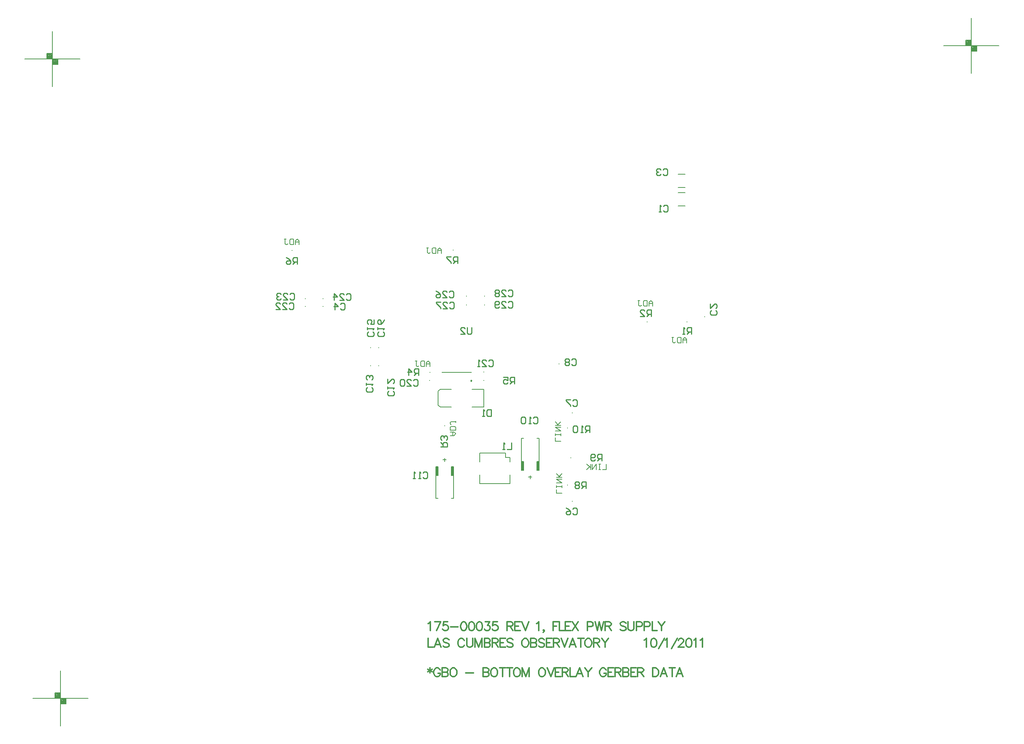
<source format=gbo>
%FSLAX23Y23*%
%MOIN*%
G70*
G01*
G75*
G04 Layer_Color=32896*
%ADD10O,0.024X0.079*%
%ADD11R,0.036X0.036*%
%ADD12O,0.014X0.067*%
%ADD13R,0.059X0.039*%
%ADD14R,0.050X0.050*%
%ADD15C,0.010*%
%ADD16C,0.020*%
%ADD17C,0.012*%
%ADD18C,0.008*%
%ADD19C,0.012*%
%ADD20C,0.012*%
%ADD21C,0.032*%
%ADD22C,0.233*%
%ADD23C,0.220*%
%ADD24C,0.064*%
%ADD25C,0.020*%
%ADD26C,0.115*%
%ADD27R,0.115X0.115*%
%ADD28C,0.079*%
%ADD29C,0.080*%
%ADD30C,0.065*%
%ADD31C,0.059*%
%ADD32C,0.055*%
%ADD33R,0.120X0.120*%
%ADD34C,0.120*%
%ADD35R,0.120X0.120*%
%ADD36R,0.079X0.079*%
%ADD37C,0.050*%
%ADD38C,0.024*%
%ADD39C,0.030*%
%ADD40C,0.040*%
%ADD41C,0.072*%
%ADD42C,0.056*%
%ADD43C,0.206*%
%ADD44C,0.104*%
%ADD45C,0.118*%
G04:AMPARAMS|DCode=46|XSize=138mil|YSize=138mil|CornerRadius=0mil|HoleSize=0mil|Usage=FLASHONLY|Rotation=0.000|XOffset=0mil|YOffset=0mil|HoleType=Round|Shape=Relief|Width=10mil|Gap=10mil|Entries=4|*
%AMTHD46*
7,0,0,0.138,0.118,0.010,45*
%
%ADD46THD46*%
G04:AMPARAMS|DCode=47|XSize=107.244mil|YSize=107.244mil|CornerRadius=0mil|HoleSize=0mil|Usage=FLASHONLY|Rotation=0.000|XOffset=0mil|YOffset=0mil|HoleType=Round|Shape=Relief|Width=10mil|Gap=10mil|Entries=4|*
%AMTHD47*
7,0,0,0.107,0.087,0.010,45*
%
%ADD47THD47*%
G04:AMPARAMS|DCode=48|XSize=112mil|YSize=112mil|CornerRadius=0mil|HoleSize=0mil|Usage=FLASHONLY|Rotation=0.000|XOffset=0mil|YOffset=0mil|HoleType=Round|Shape=Relief|Width=10mil|Gap=10mil|Entries=4|*
%AMTHD48*
7,0,0,0.112,0.092,0.010,45*
%
%ADD48THD48*%
%ADD49C,0.092*%
%ADD50C,0.190*%
%ADD51C,0.073*%
%ADD52C,0.110*%
%ADD53C,0.087*%
G04:AMPARAMS|DCode=54|XSize=130mil|YSize=130mil|CornerRadius=0mil|HoleSize=0mil|Usage=FLASHONLY|Rotation=0.000|XOffset=0mil|YOffset=0mil|HoleType=Round|Shape=Relief|Width=10mil|Gap=10mil|Entries=4|*
%AMTHD54*
7,0,0,0.130,0.110,0.010,45*
%
%ADD54THD54*%
%ADD55C,0.150*%
%ADD56C,0.068*%
G04:AMPARAMS|DCode=57|XSize=88mil|YSize=88mil|CornerRadius=0mil|HoleSize=0mil|Usage=FLASHONLY|Rotation=0.000|XOffset=0mil|YOffset=0mil|HoleType=Round|Shape=Relief|Width=10mil|Gap=10mil|Entries=4|*
%AMTHD57*
7,0,0,0.088,0.068,0.010,45*
%
%ADD57THD57*%
%ADD58C,0.055*%
G04:AMPARAMS|DCode=59|XSize=100mil|YSize=100mil|CornerRadius=0mil|HoleSize=0mil|Usage=FLASHONLY|Rotation=0.000|XOffset=0mil|YOffset=0mil|HoleType=Round|Shape=Relief|Width=10mil|Gap=10mil|Entries=4|*
%AMTHD59*
7,0,0,0.100,0.080,0.010,45*
%
%ADD59THD59*%
G04:AMPARAMS|DCode=60|XSize=93.465mil|YSize=93.465mil|CornerRadius=0mil|HoleSize=0mil|Usage=FLASHONLY|Rotation=0.000|XOffset=0mil|YOffset=0mil|HoleType=Round|Shape=Relief|Width=10mil|Gap=10mil|Entries=4|*
%AMTHD60*
7,0,0,0.093,0.073,0.010,45*
%
%ADD60THD60*%
G04:AMPARAMS|DCode=61|XSize=70mil|YSize=70mil|CornerRadius=0mil|HoleSize=0mil|Usage=FLASHONLY|Rotation=0.000|XOffset=0mil|YOffset=0mil|HoleType=Round|Shape=Relief|Width=10mil|Gap=10mil|Entries=4|*
%AMTHD61*
7,0,0,0.070,0.050,0.010,45*
%
%ADD61THD61*%
G04:AMPARAMS|DCode=62|XSize=75mil|YSize=75mil|CornerRadius=0mil|HoleSize=0mil|Usage=FLASHONLY|Rotation=0.000|XOffset=0mil|YOffset=0mil|HoleType=Round|Shape=Relief|Width=10mil|Gap=10mil|Entries=4|*
%AMTHD62*
7,0,0,0.075,0.055,0.010,45*
%
%ADD62THD62*%
%ADD63R,0.037X0.075*%
%ADD64R,0.268X0.272*%
%ADD65R,0.094X0.102*%
%ADD66R,0.050X0.050*%
%ADD67R,0.094X0.130*%
%ADD68R,0.059X0.087*%
%ADD69R,0.055X0.130*%
%ADD70C,0.050*%
%ADD71C,0.025*%
%ADD72C,0.007*%
%ADD73C,0.010*%
%ADD74C,0.024*%
%ADD75C,0.010*%
%ADD76C,0.008*%
%ADD77C,0.006*%
%ADD78C,0.007*%
%ADD79R,0.190X0.123*%
%ADD80R,0.230X0.340*%
%ADD81R,0.240X0.280*%
%ADD82R,0.230X0.275*%
%ADD83R,0.230X0.315*%
%ADD84O,0.032X0.087*%
%ADD85R,0.044X0.044*%
%ADD86O,0.022X0.075*%
%ADD87R,0.067X0.047*%
%ADD88R,0.058X0.058*%
%ADD89C,0.241*%
%ADD90C,0.228*%
%ADD91C,0.028*%
%ADD92C,0.123*%
%ADD93R,0.123X0.123*%
%ADD94C,0.087*%
%ADD95C,0.088*%
%ADD96C,0.073*%
%ADD97C,0.067*%
%ADD98C,0.063*%
%ADD99R,0.128X0.128*%
%ADD100C,0.128*%
%ADD101R,0.128X0.128*%
%ADD102R,0.087X0.087*%
%ADD103C,0.058*%
%ADD104C,0.038*%
%ADD105R,1.028X0.327*%
%ADD106R,0.045X0.083*%
%ADD107R,0.276X0.280*%
%ADD108R,0.102X0.110*%
%ADD109R,0.058X0.058*%
%ADD110R,0.102X0.138*%
%ADD111R,0.067X0.095*%
%ADD112R,0.063X0.138*%
%ADD113C,0.008*%
%ADD114R,0.020X0.082*%
D15*
X49465Y33726D02*
Y33676D01*
X49455Y33667D01*
X49435D01*
X49425Y33676D01*
Y33726D01*
X49365Y33667D02*
X49405D01*
X49365Y33706D01*
Y33716D01*
X49375Y33726D01*
X49395D01*
X49405Y33716D01*
X49026Y32409D02*
X49036Y32419D01*
X49056D01*
X49066Y32409D01*
Y32369D01*
X49056Y32359D01*
X49036D01*
X49026Y32369D01*
X49006Y32359D02*
X48986D01*
X48996D01*
Y32419D01*
X49006Y32409D01*
X48956Y32359D02*
X48936D01*
X48946D01*
Y32419D01*
X48956Y32409D01*
X50641Y32520D02*
Y32580D01*
X50611D01*
X50601Y32570D01*
Y32550D01*
X50611Y32540D01*
X50641D01*
X50621D02*
X50601Y32520D01*
X50581Y32530D02*
X50571Y32520D01*
X50551D01*
X50541Y32530D01*
Y32570D01*
X50551Y32580D01*
X50571D01*
X50581Y32570D01*
Y32560D01*
X50571Y32550D01*
X50541D01*
X49642Y32983D02*
Y32923D01*
X49612D01*
X49602Y32933D01*
Y32973D01*
X49612Y32983D01*
X49642D01*
X49582Y32923D02*
X49562D01*
X49572D01*
Y32983D01*
X49582Y32973D01*
X49824Y32682D02*
Y32623D01*
X49784D01*
X49764D02*
X49744D01*
X49754D01*
Y32682D01*
X49764Y32672D01*
X51194Y35151D02*
X51204Y35161D01*
X51224D01*
X51234Y35151D01*
Y35111D01*
X51224Y35101D01*
X51204D01*
X51194Y35111D01*
X51174Y35151D02*
X51164Y35161D01*
X51144D01*
X51134Y35151D01*
Y35141D01*
X51144Y35131D01*
X51154D01*
X51144D01*
X51134Y35121D01*
Y35111D01*
X51144Y35101D01*
X51164D01*
X51174Y35111D01*
X49185Y32644D02*
X49245D01*
Y32674D01*
X49235Y32684D01*
X49215D01*
X49205Y32674D01*
Y32644D01*
Y32664D02*
X49185Y32684D01*
X49235Y32704D02*
X49245Y32714D01*
Y32734D01*
X49235Y32744D01*
X49225D01*
X49215Y32734D01*
Y32724D01*
Y32734D01*
X49205Y32744D01*
X49195D01*
X49185Y32734D01*
Y32714D01*
X49195Y32704D01*
X48939Y33244D02*
X48949Y33254D01*
X48969D01*
X48979Y33244D01*
Y33204D01*
X48969Y33194D01*
X48949D01*
X48939Y33204D01*
X48879Y33194D02*
X48919D01*
X48879Y33234D01*
Y33244D01*
X48889Y33254D01*
X48909D01*
X48919Y33244D01*
X48859D02*
X48849Y33254D01*
X48829D01*
X48819Y33244D01*
Y33204D01*
X48829Y33194D01*
X48849D01*
X48859Y33204D01*
Y33244D01*
X48664Y33685D02*
X48674Y33675D01*
Y33655D01*
X48664Y33645D01*
X48624D01*
X48614Y33655D01*
Y33675D01*
X48624Y33685D01*
X48614Y33705D02*
Y33725D01*
Y33715D01*
X48674D01*
X48664Y33705D01*
X48674Y33795D02*
X48664Y33775D01*
X48644Y33755D01*
X48624D01*
X48614Y33765D01*
Y33785D01*
X48624Y33795D01*
X48634D01*
X48644Y33785D01*
Y33755D01*
X48571Y33686D02*
X48581Y33676D01*
Y33656D01*
X48571Y33646D01*
X48531D01*
X48521Y33656D01*
Y33676D01*
X48531Y33686D01*
X48521Y33706D02*
Y33726D01*
Y33716D01*
X48581D01*
X48571Y33706D01*
X48581Y33796D02*
Y33756D01*
X48551D01*
X48561Y33776D01*
Y33786D01*
X48551Y33796D01*
X48531D01*
X48521Y33786D01*
Y33766D01*
X48531Y33756D01*
X48563Y33183D02*
X48573Y33173D01*
Y33153D01*
X48563Y33143D01*
X48523D01*
X48513Y33153D01*
Y33173D01*
X48523Y33183D01*
X48513Y33203D02*
Y33223D01*
Y33213D01*
X48573D01*
X48563Y33203D01*
Y33253D02*
X48573Y33263D01*
Y33283D01*
X48563Y33293D01*
X48553D01*
X48543Y33283D01*
Y33273D01*
Y33283D01*
X48533Y33293D01*
X48523D01*
X48513Y33283D01*
Y33263D01*
X48523Y33253D01*
X48754Y33149D02*
X48764Y33139D01*
Y33119D01*
X48754Y33109D01*
X48714D01*
X48704Y33119D01*
Y33139D01*
X48714Y33149D01*
X48704Y33169D02*
Y33189D01*
Y33179D01*
X48764D01*
X48754Y33169D01*
X48704Y33259D02*
Y33219D01*
X48744Y33259D01*
X48754D01*
X48764Y33249D01*
Y33229D01*
X48754Y33219D01*
X50367Y33432D02*
X50377Y33442D01*
X50397D01*
X50407Y33432D01*
Y33392D01*
X50397Y33382D01*
X50377D01*
X50367Y33392D01*
X50347Y33432D02*
X50337Y33442D01*
X50317D01*
X50307Y33432D01*
Y33422D01*
X50317Y33412D01*
X50307Y33402D01*
Y33392D01*
X50317Y33382D01*
X50337D01*
X50347Y33392D01*
Y33402D01*
X50337Y33412D01*
X50347Y33422D01*
Y33432D01*
X50337Y33412D02*
X50317D01*
X51199Y34822D02*
X51209Y34832D01*
X51229D01*
X51239Y34822D01*
Y34782D01*
X51229Y34772D01*
X51209D01*
X51199Y34782D01*
X51179Y34772D02*
X51159D01*
X51169D01*
Y34832D01*
X51179Y34822D01*
X51671Y33878D02*
X51681Y33868D01*
Y33848D01*
X51671Y33838D01*
X51631D01*
X51621Y33848D01*
Y33868D01*
X51631Y33878D01*
X51621Y33938D02*
Y33898D01*
X51661Y33938D01*
X51671D01*
X51681Y33928D01*
Y33908D01*
X51671Y33898D01*
X48277Y33936D02*
X48287Y33946D01*
X48307D01*
X48317Y33936D01*
Y33896D01*
X48307Y33886D01*
X48287D01*
X48277Y33896D01*
X48227Y33886D02*
Y33946D01*
X48257Y33916D01*
X48217D01*
X51451Y33664D02*
Y33724D01*
X51421D01*
X51411Y33714D01*
Y33694D01*
X51421Y33684D01*
X51451D01*
X51431D02*
X51411Y33664D01*
X51391D02*
X51371D01*
X51381D01*
Y33724D01*
X51391Y33714D01*
X51089Y33827D02*
Y33887D01*
X51059D01*
X51049Y33877D01*
Y33857D01*
X51059Y33847D01*
X51089D01*
X51069D02*
X51049Y33827D01*
X50989D02*
X51029D01*
X50989Y33867D01*
Y33877D01*
X50999Y33887D01*
X51019D01*
X51029Y33877D01*
X50021Y32905D02*
X50031Y32915D01*
X50051D01*
X50061Y32905D01*
Y32865D01*
X50051Y32855D01*
X50031D01*
X50021Y32865D01*
X50001Y32855D02*
X49981D01*
X49991D01*
Y32915D01*
X50001Y32905D01*
X49951D02*
X49941Y32915D01*
X49921D01*
X49911Y32905D01*
Y32865D01*
X49921Y32855D01*
X49941D01*
X49951Y32865D01*
Y32905D01*
X50377Y32083D02*
X50387Y32093D01*
X50407D01*
X50417Y32083D01*
Y32043D01*
X50407Y32033D01*
X50387D01*
X50377Y32043D01*
X50317Y32093D02*
X50337Y32083D01*
X50357Y32063D01*
Y32043D01*
X50347Y32033D01*
X50327D01*
X50317Y32043D01*
Y32053D01*
X50327Y32063D01*
X50357D01*
X50377Y33061D02*
X50387Y33071D01*
X50407D01*
X50417Y33061D01*
Y33021D01*
X50407Y33011D01*
X50387D01*
X50377Y33021D01*
X50357Y33071D02*
X50317D01*
Y33061D01*
X50357Y33021D01*
Y33011D01*
X49618Y33421D02*
X49628Y33431D01*
X49648D01*
X49658Y33421D01*
Y33381D01*
X49648Y33371D01*
X49628D01*
X49618Y33381D01*
X49558Y33371D02*
X49598D01*
X49558Y33411D01*
Y33421D01*
X49568Y33431D01*
X49588D01*
X49598Y33421D01*
X49538Y33371D02*
X49518D01*
X49528D01*
Y33431D01*
X49538Y33421D01*
X47816Y33938D02*
X47826Y33948D01*
X47846D01*
X47856Y33938D01*
Y33898D01*
X47846Y33888D01*
X47826D01*
X47816Y33898D01*
X47756Y33888D02*
X47796D01*
X47756Y33928D01*
Y33938D01*
X47766Y33948D01*
X47786D01*
X47796Y33938D01*
X47696Y33888D02*
X47736D01*
X47696Y33928D01*
Y33938D01*
X47706Y33948D01*
X47726D01*
X47736Y33938D01*
X47823Y34026D02*
X47833Y34036D01*
X47853D01*
X47863Y34026D01*
Y33986D01*
X47853Y33976D01*
X47833D01*
X47823Y33986D01*
X47763Y33976D02*
X47803D01*
X47763Y34016D01*
Y34026D01*
X47773Y34036D01*
X47793D01*
X47803Y34026D01*
X47743D02*
X47733Y34036D01*
X47713D01*
X47703Y34026D01*
Y34016D01*
X47713Y34006D01*
X47723D01*
X47713D01*
X47703Y33996D01*
Y33986D01*
X47713Y33976D01*
X47733D01*
X47743Y33986D01*
X48332Y34021D02*
X48342Y34031D01*
X48362D01*
X48372Y34021D01*
Y33981D01*
X48362Y33971D01*
X48342D01*
X48332Y33981D01*
X48272Y33971D02*
X48312D01*
X48272Y34011D01*
Y34021D01*
X48282Y34031D01*
X48302D01*
X48312Y34021D01*
X48222Y33971D02*
Y34031D01*
X48252Y34001D01*
X48212D01*
X49260Y34044D02*
X49270Y34054D01*
X49290D01*
X49300Y34044D01*
Y34004D01*
X49290Y33994D01*
X49270D01*
X49260Y34004D01*
X49200Y33994D02*
X49240D01*
X49200Y34034D01*
Y34044D01*
X49210Y34054D01*
X49230D01*
X49240Y34044D01*
X49140Y34054D02*
X49160Y34044D01*
X49180Y34024D01*
Y34004D01*
X49170Y33994D01*
X49150D01*
X49140Y34004D01*
Y34014D01*
X49150Y34024D01*
X49180D01*
X49265Y33945D02*
X49275Y33955D01*
X49295D01*
X49305Y33945D01*
Y33905D01*
X49295Y33895D01*
X49275D01*
X49265Y33905D01*
X49205Y33895D02*
X49245D01*
X49205Y33935D01*
Y33945D01*
X49215Y33955D01*
X49235D01*
X49245Y33945D01*
X49185Y33955D02*
X49145D01*
Y33945D01*
X49185Y33905D01*
Y33895D01*
X49796Y34056D02*
X49806Y34066D01*
X49826D01*
X49836Y34056D01*
Y34016D01*
X49826Y34006D01*
X49806D01*
X49796Y34016D01*
X49736Y34006D02*
X49776D01*
X49736Y34046D01*
Y34056D01*
X49746Y34066D01*
X49766D01*
X49776Y34056D01*
X49716D02*
X49706Y34066D01*
X49686D01*
X49676Y34056D01*
Y34046D01*
X49686Y34036D01*
X49676Y34026D01*
Y34016D01*
X49686Y34006D01*
X49706D01*
X49716Y34016D01*
Y34026D01*
X49706Y34036D01*
X49716Y34046D01*
Y34056D01*
X49706Y34036D02*
X49686D01*
X49796Y33952D02*
X49806Y33962D01*
X49826D01*
X49836Y33952D01*
Y33912D01*
X49826Y33902D01*
X49806D01*
X49796Y33912D01*
X49736Y33902D02*
X49776D01*
X49736Y33942D01*
Y33952D01*
X49746Y33962D01*
X49766D01*
X49776Y33952D01*
X49716Y33912D02*
X49706Y33902D01*
X49686D01*
X49676Y33912D01*
Y33952D01*
X49686Y33962D01*
X49706D01*
X49716Y33952D01*
Y33942D01*
X49706Y33932D01*
X49676D01*
X48986Y33292D02*
Y33352D01*
X48956D01*
X48946Y33342D01*
Y33322D01*
X48956Y33312D01*
X48986D01*
X48966D02*
X48946Y33292D01*
X48896D02*
Y33352D01*
X48926Y33322D01*
X48886D01*
X49850Y33214D02*
Y33274D01*
X49820D01*
X49810Y33264D01*
Y33244D01*
X49820Y33234D01*
X49850D01*
X49830D02*
X49810Y33214D01*
X49750Y33274D02*
X49790D01*
Y33244D01*
X49770Y33254D01*
X49760D01*
X49750Y33244D01*
Y33224D01*
X49760Y33214D01*
X49780D01*
X49790Y33224D01*
X47889Y34299D02*
Y34359D01*
X47859D01*
X47849Y34349D01*
Y34329D01*
X47859Y34319D01*
X47889D01*
X47869D02*
X47849Y34299D01*
X47789Y34359D02*
X47809Y34349D01*
X47829Y34329D01*
Y34309D01*
X47819Y34299D01*
X47799D01*
X47789Y34309D01*
Y34319D01*
X47799Y34329D01*
X47829D01*
X49338Y34304D02*
Y34364D01*
X49308D01*
X49298Y34354D01*
Y34334D01*
X49308Y34324D01*
X49338D01*
X49318D02*
X49298Y34304D01*
X49278Y34364D02*
X49238D01*
Y34354D01*
X49278Y34314D01*
Y34304D01*
X50499Y32268D02*
Y32328D01*
X50469D01*
X50459Y32318D01*
Y32298D01*
X50469Y32288D01*
X50499D01*
X50479D02*
X50459Y32268D01*
X50439Y32318D02*
X50429Y32328D01*
X50409D01*
X50399Y32318D01*
Y32308D01*
X50409Y32298D01*
X50399Y32288D01*
Y32278D01*
X50409Y32268D01*
X50429D01*
X50439Y32278D01*
Y32288D01*
X50429Y32298D01*
X50439Y32308D01*
Y32318D01*
X50429Y32298D02*
X50409D01*
X50533Y32777D02*
Y32837D01*
X50503D01*
X50493Y32827D01*
Y32807D01*
X50503Y32797D01*
X50533D01*
X50513D02*
X50493Y32777D01*
X50473D02*
X50453D01*
X50463D01*
Y32837D01*
X50473Y32827D01*
X50423D02*
X50413Y32837D01*
X50393D01*
X50383Y32827D01*
Y32787D01*
X50393Y32777D01*
X50413D01*
X50423Y32787D01*
Y32827D01*
D17*
X49088Y30644D02*
Y30598D01*
X49069Y30633D02*
X49107Y30610D01*
Y30633D02*
X49069Y30610D01*
X49180Y30625D02*
X49176Y30633D01*
X49169Y30640D01*
X49161Y30644D01*
X49146D01*
X49138Y30640D01*
X49131Y30633D01*
X49127Y30625D01*
X49123Y30614D01*
Y30594D01*
X49127Y30583D01*
X49131Y30575D01*
X49138Y30568D01*
X49146Y30564D01*
X49161D01*
X49169Y30568D01*
X49176Y30575D01*
X49180Y30583D01*
Y30594D01*
X49161D02*
X49180D01*
X49198Y30644D02*
Y30564D01*
Y30644D02*
X49233D01*
X49244Y30640D01*
X49248Y30636D01*
X49252Y30629D01*
Y30621D01*
X49248Y30614D01*
X49244Y30610D01*
X49233Y30606D01*
X49198D02*
X49233D01*
X49244Y30602D01*
X49248Y30598D01*
X49252Y30591D01*
Y30579D01*
X49248Y30572D01*
X49244Y30568D01*
X49233Y30564D01*
X49198D01*
X49293Y30644D02*
X49285Y30640D01*
X49277Y30633D01*
X49273Y30625D01*
X49270Y30614D01*
Y30594D01*
X49273Y30583D01*
X49277Y30575D01*
X49285Y30568D01*
X49293Y30564D01*
X49308D01*
X49315Y30568D01*
X49323Y30575D01*
X49327Y30583D01*
X49331Y30594D01*
Y30614D01*
X49327Y30625D01*
X49323Y30633D01*
X49315Y30640D01*
X49308Y30644D01*
X49293D01*
X49412Y30598D02*
X49481D01*
X49567Y30644D02*
Y30564D01*
Y30644D02*
X49601D01*
X49613Y30640D01*
X49617Y30636D01*
X49620Y30629D01*
Y30621D01*
X49617Y30614D01*
X49613Y30610D01*
X49601Y30606D01*
X49567D02*
X49601D01*
X49613Y30602D01*
X49617Y30598D01*
X49620Y30591D01*
Y30579D01*
X49617Y30572D01*
X49613Y30568D01*
X49601Y30564D01*
X49567D01*
X49661Y30644D02*
X49654Y30640D01*
X49646Y30633D01*
X49642Y30625D01*
X49638Y30614D01*
Y30594D01*
X49642Y30583D01*
X49646Y30575D01*
X49654Y30568D01*
X49661Y30564D01*
X49676D01*
X49684Y30568D01*
X49692Y30575D01*
X49695Y30583D01*
X49699Y30594D01*
Y30614D01*
X49695Y30625D01*
X49692Y30633D01*
X49684Y30640D01*
X49676Y30644D01*
X49661D01*
X49745D02*
Y30564D01*
X49718Y30644D02*
X49771D01*
X49807D02*
Y30564D01*
X49781Y30644D02*
X49834D01*
X49866D02*
X49859Y30640D01*
X49851Y30633D01*
X49847Y30625D01*
X49844Y30614D01*
Y30594D01*
X49847Y30583D01*
X49851Y30575D01*
X49859Y30568D01*
X49866Y30564D01*
X49882D01*
X49889Y30568D01*
X49897Y30575D01*
X49901Y30583D01*
X49905Y30594D01*
Y30614D01*
X49901Y30625D01*
X49897Y30633D01*
X49889Y30640D01*
X49882Y30644D01*
X49866D01*
X49923D02*
Y30564D01*
Y30644D02*
X49954Y30564D01*
X49984Y30644D02*
X49954Y30564D01*
X49984Y30644D02*
Y30564D01*
X50093Y30644D02*
X50085Y30640D01*
X50077Y30633D01*
X50074Y30625D01*
X50070Y30614D01*
Y30594D01*
X50074Y30583D01*
X50077Y30575D01*
X50085Y30568D01*
X50093Y30564D01*
X50108D01*
X50116Y30568D01*
X50123Y30575D01*
X50127Y30583D01*
X50131Y30594D01*
Y30614D01*
X50127Y30625D01*
X50123Y30633D01*
X50116Y30640D01*
X50108Y30644D01*
X50093D01*
X50149D02*
X50180Y30564D01*
X50210Y30644D02*
X50180Y30564D01*
X50270Y30644D02*
X50221D01*
Y30564D01*
X50270D01*
X50221Y30606D02*
X50251D01*
X50284Y30644D02*
Y30564D01*
Y30644D02*
X50318D01*
X50329Y30640D01*
X50333Y30636D01*
X50337Y30629D01*
Y30621D01*
X50333Y30614D01*
X50329Y30610D01*
X50318Y30606D01*
X50284D01*
X50310D02*
X50337Y30564D01*
X50355Y30644D02*
Y30564D01*
X50400D01*
X50470D02*
X50440Y30644D01*
X50409Y30564D01*
X50421Y30591D02*
X50459D01*
X50489Y30644D02*
X50519Y30606D01*
Y30564D01*
X50550Y30644D02*
X50519Y30606D01*
X50680Y30625D02*
X50676Y30633D01*
X50669Y30640D01*
X50661Y30644D01*
X50646D01*
X50638Y30640D01*
X50631Y30633D01*
X50627Y30625D01*
X50623Y30614D01*
Y30594D01*
X50627Y30583D01*
X50631Y30575D01*
X50638Y30568D01*
X50646Y30564D01*
X50661D01*
X50669Y30568D01*
X50676Y30575D01*
X50680Y30583D01*
Y30594D01*
X50661D02*
X50680D01*
X50748Y30644D02*
X50698D01*
Y30564D01*
X50748D01*
X50698Y30606D02*
X50729D01*
X50761Y30644D02*
Y30564D01*
Y30644D02*
X50795D01*
X50807Y30640D01*
X50811Y30636D01*
X50814Y30629D01*
Y30621D01*
X50811Y30614D01*
X50807Y30610D01*
X50795Y30606D01*
X50761D01*
X50788D02*
X50814Y30564D01*
X50832Y30644D02*
Y30564D01*
Y30644D02*
X50867D01*
X50878Y30640D01*
X50882Y30636D01*
X50886Y30629D01*
Y30621D01*
X50882Y30614D01*
X50878Y30610D01*
X50867Y30606D01*
X50832D02*
X50867D01*
X50878Y30602D01*
X50882Y30598D01*
X50886Y30591D01*
Y30579D01*
X50882Y30572D01*
X50878Y30568D01*
X50867Y30564D01*
X50832D01*
X50953Y30644D02*
X50904D01*
Y30564D01*
X50953D01*
X50904Y30606D02*
X50934D01*
X50966Y30644D02*
Y30564D01*
Y30644D02*
X51001D01*
X51012Y30640D01*
X51016Y30636D01*
X51020Y30629D01*
Y30621D01*
X51016Y30614D01*
X51012Y30610D01*
X51001Y30606D01*
X50966D01*
X50993D02*
X51020Y30564D01*
X51100Y30644D02*
Y30564D01*
Y30644D02*
X51127D01*
X51139Y30640D01*
X51146Y30633D01*
X51150Y30625D01*
X51154Y30614D01*
Y30594D01*
X51150Y30583D01*
X51146Y30575D01*
X51139Y30568D01*
X51127Y30564D01*
X51100D01*
X51233D02*
X51202Y30644D01*
X51172Y30564D01*
X51183Y30591D02*
X51221D01*
X51278Y30644D02*
Y30564D01*
X51251Y30644D02*
X51305D01*
X51375Y30564D02*
X51345Y30644D01*
X51314Y30564D01*
X51326Y30591D02*
X51364D01*
D18*
X49141Y32386D02*
X49161D01*
X49281D02*
X49301D01*
X49141Y32178D02*
X49161D01*
X49141Y32467D02*
X49161D01*
X49281D02*
X49301D01*
X49281Y32178D02*
X49301D01*
X49161Y32386D02*
Y32467D01*
X49281Y32386D02*
Y32467D01*
X49141Y32178D02*
Y32467D01*
X49301Y32178D02*
Y32467D01*
X50054Y32513D02*
X50074D01*
X49914D02*
X49934D01*
X50054Y32721D02*
X50074D01*
X50054Y32431D02*
X50074D01*
X49914D02*
X49934D01*
X49914Y32721D02*
X49934D01*
X50054Y32431D02*
Y32513D01*
X49934Y32431D02*
Y32513D01*
X50074Y32431D02*
Y32721D01*
X49914Y32431D02*
Y32721D01*
X50271Y32697D02*
X50221D01*
Y32730D01*
X50271Y32747D02*
Y32764D01*
Y32755D01*
X50221D01*
Y32747D01*
Y32764D01*
Y32789D02*
X50271D01*
X50221Y32822D01*
X50271D01*
Y32839D02*
X50221D01*
X50238D01*
X50271Y32872D01*
X50246Y32847D01*
X50221Y32872D01*
X50282Y32227D02*
X50232D01*
Y32260D01*
X50282Y32277D02*
Y32294D01*
Y32285D01*
X50232D01*
Y32277D01*
Y32294D01*
Y32319D02*
X50282D01*
X50232Y32352D01*
X50282D01*
Y32369D02*
X50232D01*
X50249D01*
X50282Y32402D01*
X50257Y32377D01*
X50232Y32402D01*
X50681Y32490D02*
Y32440D01*
X50648D01*
X50631Y32490D02*
X50615D01*
X50623D01*
Y32440D01*
X50631D01*
X50615D01*
X50590D02*
Y32490D01*
X50556Y32440D01*
Y32490D01*
X50540D02*
Y32440D01*
Y32457D01*
X50506Y32490D01*
X50531Y32465D01*
X50506Y32440D01*
X49089Y33372D02*
Y33405D01*
X49073Y33422D01*
X49056Y33405D01*
Y33372D01*
Y33397D01*
X49089D01*
X49039Y33422D02*
Y33372D01*
X49014D01*
X49006Y33380D01*
Y33414D01*
X49014Y33422D01*
X49039D01*
X48956D02*
X48973D01*
X48964D01*
Y33380D01*
X48973Y33372D01*
X48981D01*
X48989Y33380D01*
X49270Y32747D02*
X49304D01*
X49320Y32764D01*
X49304Y32780D01*
X49270D01*
X49295D01*
Y32747D01*
X49320Y32797D02*
X49270D01*
Y32822D01*
X49279Y32830D01*
X49312D01*
X49320Y32822D01*
Y32797D01*
Y32880D02*
Y32864D01*
Y32872D01*
X49279D01*
X49270Y32864D01*
Y32855D01*
X49279Y32847D01*
X47904Y34475D02*
Y34508D01*
X47888Y34525D01*
X47871Y34508D01*
Y34475D01*
Y34500D01*
X47904D01*
X47854Y34525D02*
Y34475D01*
X47829D01*
X47821Y34483D01*
Y34517D01*
X47829Y34525D01*
X47854D01*
X47771D02*
X47788D01*
X47779D01*
Y34483D01*
X47788Y34475D01*
X47796D01*
X47804Y34483D01*
X49190Y34397D02*
Y34430D01*
X49174Y34447D01*
X49157Y34430D01*
Y34397D01*
Y34422D01*
X49190D01*
X49140Y34447D02*
Y34397D01*
X49115D01*
X49107Y34405D01*
Y34439D01*
X49115Y34447D01*
X49140D01*
X49057D02*
X49074D01*
X49065D01*
Y34405D01*
X49074Y34397D01*
X49082D01*
X49090Y34405D01*
X51407Y33587D02*
Y33620D01*
X51391Y33637D01*
X51374Y33620D01*
Y33587D01*
Y33612D01*
X51407D01*
X51357Y33637D02*
Y33587D01*
X51332D01*
X51324Y33595D01*
Y33629D01*
X51332Y33637D01*
X51357D01*
X51274D02*
X51291D01*
X51282D01*
Y33595D01*
X51291Y33587D01*
X51299D01*
X51307Y33595D01*
X51101Y33918D02*
Y33951D01*
X51085Y33968D01*
X51068Y33951D01*
Y33918D01*
Y33943D01*
X51101D01*
X51051Y33968D02*
Y33918D01*
X51026D01*
X51018Y33926D01*
Y33960D01*
X51026Y33968D01*
X51051D01*
X50968D02*
X50985D01*
X50976D01*
Y33926D01*
X50985Y33918D01*
X50993D01*
X51001Y33926D01*
X45497Y30370D02*
X45997D01*
X45747Y30120D02*
Y30620D01*
X45697Y30370D02*
Y30420D01*
X45747D01*
X45797Y30320D02*
Y30370D01*
X45747Y30320D02*
X45797D01*
X45752Y30365D02*
X45792D01*
Y30325D02*
Y30365D01*
X45752Y30325D02*
X45792D01*
X45752D02*
Y30365D01*
X45757Y30360D02*
X45787D01*
Y30330D02*
Y30360D01*
X45757Y30330D02*
X45787D01*
X45757D02*
Y30355D01*
X45762D02*
X45782D01*
Y30335D02*
Y30355D01*
X45762Y30335D02*
X45782D01*
X45762D02*
Y30350D01*
X45767D02*
X45777D01*
Y30340D02*
Y30350D01*
X45767Y30340D02*
X45777D01*
X45767D02*
Y30350D01*
Y30345D02*
X45777D01*
X45702Y30415D02*
X45742D01*
Y30375D02*
Y30415D01*
X45702Y30375D02*
X45742D01*
X45702D02*
Y30415D01*
X45707Y30410D02*
X45737D01*
Y30380D02*
Y30410D01*
X45707Y30380D02*
X45737D01*
X45707D02*
Y30405D01*
X45712D02*
X45732D01*
Y30385D02*
Y30405D01*
X45712Y30385D02*
X45732D01*
X45712D02*
Y30400D01*
X45717D02*
X45727D01*
Y30390D02*
Y30400D01*
X45717Y30390D02*
X45727D01*
X45717D02*
Y30400D01*
Y30395D02*
X45727D01*
X45426Y36157D02*
X45926D01*
X45676Y35907D02*
Y36407D01*
X45626Y36157D02*
Y36207D01*
X45676D01*
X45726Y36107D02*
Y36157D01*
X45676Y36107D02*
X45726D01*
X45681Y36152D02*
X45721D01*
Y36112D02*
Y36152D01*
X45681Y36112D02*
X45721D01*
X45681D02*
Y36152D01*
X45686Y36147D02*
X45716D01*
Y36117D02*
Y36147D01*
X45686Y36117D02*
X45716D01*
X45686D02*
Y36142D01*
X45691D02*
X45711D01*
Y36122D02*
Y36142D01*
X45691Y36122D02*
X45711D01*
X45691D02*
Y36137D01*
X45696D02*
X45706D01*
Y36127D02*
Y36137D01*
X45696Y36127D02*
X45706D01*
X45696D02*
Y36137D01*
Y36132D02*
X45706D01*
X45631Y36202D02*
X45671D01*
Y36162D02*
Y36202D01*
X45631Y36162D02*
X45671D01*
X45631D02*
Y36202D01*
X45636Y36197D02*
X45666D01*
Y36167D02*
Y36197D01*
X45636Y36167D02*
X45666D01*
X45636D02*
Y36192D01*
X45641D02*
X45661D01*
Y36172D02*
Y36192D01*
X45641Y36172D02*
X45661D01*
X45641D02*
Y36187D01*
X45646D02*
X45656D01*
Y36177D02*
Y36187D01*
X45646Y36177D02*
X45656D01*
X45646D02*
Y36187D01*
Y36182D02*
X45656D01*
X53733Y36275D02*
X54233D01*
X53983Y36025D02*
Y36525D01*
X53933Y36275D02*
Y36325D01*
X53983D01*
X54033Y36225D02*
Y36275D01*
X53983Y36225D02*
X54033D01*
X53988Y36270D02*
X54028D01*
Y36230D02*
Y36270D01*
X53988Y36230D02*
X54028D01*
X53988D02*
Y36270D01*
X53993Y36265D02*
X54023D01*
Y36235D02*
Y36265D01*
X53993Y36235D02*
X54023D01*
X53993D02*
Y36260D01*
X53998D02*
X54018D01*
Y36240D02*
Y36260D01*
X53998Y36240D02*
X54018D01*
X53998D02*
Y36255D01*
X54003D02*
X54013D01*
Y36245D02*
Y36255D01*
X54003Y36245D02*
X54013D01*
X54003D02*
Y36255D01*
Y36250D02*
X54013D01*
X53938Y36320D02*
X53978D01*
Y36280D02*
Y36320D01*
X53938Y36280D02*
X53978D01*
X53938D02*
Y36320D01*
X53943Y36315D02*
X53973D01*
Y36285D02*
Y36315D01*
X53943Y36285D02*
X53973D01*
X53943D02*
Y36310D01*
X53948D02*
X53968D01*
Y36290D02*
Y36310D01*
X53948Y36290D02*
X53968D01*
X53948D02*
Y36305D01*
X53953D02*
X53963D01*
Y36295D02*
Y36305D01*
X53953Y36295D02*
X53963D01*
X53953D02*
Y36305D01*
Y36300D02*
X53963D01*
D19*
X49073Y31045D02*
X49081Y31049D01*
X49092Y31061D01*
Y30981D01*
X49185Y31061D02*
X49147Y30981D01*
X49132Y31061D02*
X49185D01*
X49249D02*
X49211D01*
X49207Y31026D01*
X49211Y31030D01*
X49222Y31034D01*
X49233D01*
X49245Y31030D01*
X49252Y31022D01*
X49256Y31011D01*
Y31003D01*
X49252Y30992D01*
X49245Y30984D01*
X49233Y30981D01*
X49222D01*
X49211Y30984D01*
X49207Y30988D01*
X49203Y30996D01*
X49274Y31015D02*
X49343D01*
X49389Y31061D02*
X49378Y31057D01*
X49370Y31045D01*
X49366Y31026D01*
Y31015D01*
X49370Y30996D01*
X49378Y30984D01*
X49389Y30981D01*
X49397D01*
X49408Y30984D01*
X49416Y30996D01*
X49420Y31015D01*
Y31026D01*
X49416Y31045D01*
X49408Y31057D01*
X49397Y31061D01*
X49389D01*
X49460D02*
X49449Y31057D01*
X49441Y31045D01*
X49438Y31026D01*
Y31015D01*
X49441Y30996D01*
X49449Y30984D01*
X49460Y30981D01*
X49468D01*
X49479Y30984D01*
X49487Y30996D01*
X49491Y31015D01*
Y31026D01*
X49487Y31045D01*
X49479Y31057D01*
X49468Y31061D01*
X49460D01*
X49532D02*
X49520Y31057D01*
X49513Y31045D01*
X49509Y31026D01*
Y31015D01*
X49513Y30996D01*
X49520Y30984D01*
X49532Y30981D01*
X49539D01*
X49551Y30984D01*
X49558Y30996D01*
X49562Y31015D01*
Y31026D01*
X49558Y31045D01*
X49551Y31057D01*
X49539Y31061D01*
X49532D01*
X49588D02*
X49629D01*
X49607Y31030D01*
X49618D01*
X49626Y31026D01*
X49629Y31022D01*
X49633Y31011D01*
Y31003D01*
X49629Y30992D01*
X49622Y30984D01*
X49610Y30981D01*
X49599D01*
X49588Y30984D01*
X49584Y30988D01*
X49580Y30996D01*
X49697Y31061D02*
X49659D01*
X49655Y31026D01*
X49659Y31030D01*
X49670Y31034D01*
X49682D01*
X49693Y31030D01*
X49701Y31022D01*
X49705Y31011D01*
Y31003D01*
X49701Y30992D01*
X49693Y30984D01*
X49682Y30981D01*
X49670D01*
X49659Y30984D01*
X49655Y30988D01*
X49651Y30996D01*
X49785Y31061D02*
Y30981D01*
Y31061D02*
X49820D01*
X49831Y31057D01*
X49835Y31053D01*
X49839Y31045D01*
Y31038D01*
X49835Y31030D01*
X49831Y31026D01*
X49820Y31022D01*
X49785D01*
X49812D02*
X49839Y30981D01*
X49906Y31061D02*
X49856D01*
Y30981D01*
X49906D01*
X49856Y31022D02*
X49887D01*
X49919Y31061D02*
X49950Y30981D01*
X49980Y31061D02*
X49950Y30981D01*
X50053Y31045D02*
X50061Y31049D01*
X50072Y31061D01*
Y30981D01*
X50120Y30984D02*
X50116Y30981D01*
X50112Y30984D01*
X50116Y30988D01*
X50120Y30984D01*
Y30977D01*
X50116Y30969D01*
X50112Y30965D01*
X50200Y31061D02*
Y30981D01*
Y31061D02*
X50250D01*
X50200Y31022D02*
X50230D01*
X50259Y31061D02*
Y30981D01*
X50304D01*
X50363Y31061D02*
X50313D01*
Y30981D01*
X50363D01*
X50313Y31022D02*
X50344D01*
X50376Y31061D02*
X50429Y30981D01*
Y31061D02*
X50376Y30981D01*
X50510Y31019D02*
X50544D01*
X50556Y31022D01*
X50560Y31026D01*
X50563Y31034D01*
Y31045D01*
X50560Y31053D01*
X50556Y31057D01*
X50544Y31061D01*
X50510D01*
Y30981D01*
X50581Y31061D02*
X50600Y30981D01*
X50619Y31061D02*
X50600Y30981D01*
X50619Y31061D02*
X50638Y30981D01*
X50657Y31061D02*
X50638Y30981D01*
X50673Y31061D02*
Y30981D01*
Y31061D02*
X50708D01*
X50719Y31057D01*
X50723Y31053D01*
X50727Y31045D01*
Y31038D01*
X50723Y31030D01*
X50719Y31026D01*
X50708Y31022D01*
X50673D01*
X50700D02*
X50727Y30981D01*
X50861Y31049D02*
X50853Y31057D01*
X50842Y31061D01*
X50827D01*
X50815Y31057D01*
X50808Y31049D01*
Y31042D01*
X50811Y31034D01*
X50815Y31030D01*
X50823Y31026D01*
X50846Y31019D01*
X50853Y31015D01*
X50857Y31011D01*
X50861Y31003D01*
Y30992D01*
X50853Y30984D01*
X50842Y30981D01*
X50827D01*
X50815Y30984D01*
X50808Y30992D01*
X50879Y31061D02*
Y31003D01*
X50883Y30992D01*
X50890Y30984D01*
X50902Y30981D01*
X50909D01*
X50921Y30984D01*
X50928Y30992D01*
X50932Y31003D01*
Y31061D01*
X50954Y31019D02*
X50988D01*
X51000Y31022D01*
X51004Y31026D01*
X51007Y31034D01*
Y31045D01*
X51004Y31053D01*
X51000Y31057D01*
X50988Y31061D01*
X50954D01*
Y30981D01*
X51025Y31019D02*
X51060D01*
X51071Y31022D01*
X51075Y31026D01*
X51079Y31034D01*
Y31045D01*
X51075Y31053D01*
X51071Y31057D01*
X51060Y31061D01*
X51025D01*
Y30981D01*
X51097Y31061D02*
Y30981D01*
X51142D01*
X51151Y31061D02*
X51182Y31022D01*
Y30981D01*
X51212Y31061D02*
X51182Y31022D01*
D20*
X49073Y30911D02*
Y30831D01*
X49119D01*
X49188D02*
X49158Y30911D01*
X49127Y30831D01*
X49139Y30857D02*
X49177D01*
X49260Y30899D02*
X49253Y30907D01*
X49241Y30911D01*
X49226D01*
X49215Y30907D01*
X49207Y30899D01*
Y30892D01*
X49211Y30884D01*
X49215Y30880D01*
X49222Y30876D01*
X49245Y30869D01*
X49253Y30865D01*
X49257Y30861D01*
X49260Y30853D01*
Y30842D01*
X49253Y30834D01*
X49241Y30831D01*
X49226D01*
X49215Y30834D01*
X49207Y30842D01*
X49398Y30892D02*
X49394Y30899D01*
X49387Y30907D01*
X49379Y30911D01*
X49364D01*
X49356Y30907D01*
X49349Y30899D01*
X49345Y30892D01*
X49341Y30880D01*
Y30861D01*
X49345Y30850D01*
X49349Y30842D01*
X49356Y30834D01*
X49364Y30831D01*
X49379D01*
X49387Y30834D01*
X49394Y30842D01*
X49398Y30850D01*
X49421Y30911D02*
Y30853D01*
X49425Y30842D01*
X49432Y30834D01*
X49444Y30831D01*
X49451D01*
X49463Y30834D01*
X49470Y30842D01*
X49474Y30853D01*
Y30911D01*
X49496D02*
Y30831D01*
Y30911D02*
X49527Y30831D01*
X49557Y30911D02*
X49527Y30831D01*
X49557Y30911D02*
Y30831D01*
X49580Y30911D02*
Y30831D01*
Y30911D02*
X49614D01*
X49626Y30907D01*
X49629Y30903D01*
X49633Y30895D01*
Y30888D01*
X49629Y30880D01*
X49626Y30876D01*
X49614Y30872D01*
X49580D02*
X49614D01*
X49626Y30869D01*
X49629Y30865D01*
X49633Y30857D01*
Y30846D01*
X49629Y30838D01*
X49626Y30834D01*
X49614Y30831D01*
X49580D01*
X49651Y30911D02*
Y30831D01*
Y30911D02*
X49685D01*
X49697Y30907D01*
X49701Y30903D01*
X49705Y30895D01*
Y30888D01*
X49701Y30880D01*
X49697Y30876D01*
X49685Y30872D01*
X49651D01*
X49678D02*
X49705Y30831D01*
X49772Y30911D02*
X49722D01*
Y30831D01*
X49772D01*
X49722Y30872D02*
X49753D01*
X49839Y30899D02*
X49831Y30907D01*
X49820Y30911D01*
X49804D01*
X49793Y30907D01*
X49785Y30899D01*
Y30892D01*
X49789Y30884D01*
X49793Y30880D01*
X49800Y30876D01*
X49823Y30869D01*
X49831Y30865D01*
X49835Y30861D01*
X49839Y30853D01*
Y30842D01*
X49831Y30834D01*
X49820Y30831D01*
X49804D01*
X49793Y30834D01*
X49785Y30842D01*
X49942Y30911D02*
X49935Y30907D01*
X49927Y30899D01*
X49923Y30892D01*
X49919Y30880D01*
Y30861D01*
X49923Y30850D01*
X49927Y30842D01*
X49935Y30834D01*
X49942Y30831D01*
X49957D01*
X49965Y30834D01*
X49973Y30842D01*
X49976Y30850D01*
X49980Y30861D01*
Y30880D01*
X49976Y30892D01*
X49973Y30899D01*
X49965Y30907D01*
X49957Y30911D01*
X49942D01*
X49999D02*
Y30831D01*
Y30911D02*
X50033D01*
X50045Y30907D01*
X50048Y30903D01*
X50052Y30895D01*
Y30888D01*
X50048Y30880D01*
X50045Y30876D01*
X50033Y30872D01*
X49999D02*
X50033D01*
X50045Y30869D01*
X50048Y30865D01*
X50052Y30857D01*
Y30846D01*
X50048Y30838D01*
X50045Y30834D01*
X50033Y30831D01*
X49999D01*
X50123Y30899D02*
X50116Y30907D01*
X50104Y30911D01*
X50089D01*
X50078Y30907D01*
X50070Y30899D01*
Y30892D01*
X50074Y30884D01*
X50078Y30880D01*
X50085Y30876D01*
X50108Y30869D01*
X50116Y30865D01*
X50120Y30861D01*
X50123Y30853D01*
Y30842D01*
X50116Y30834D01*
X50104Y30831D01*
X50089D01*
X50078Y30834D01*
X50070Y30842D01*
X50191Y30911D02*
X50141D01*
Y30831D01*
X50191D01*
X50141Y30872D02*
X50172D01*
X50204Y30911D02*
Y30831D01*
Y30911D02*
X50238D01*
X50250Y30907D01*
X50254Y30903D01*
X50258Y30895D01*
Y30888D01*
X50254Y30880D01*
X50250Y30876D01*
X50238Y30872D01*
X50204D01*
X50231D02*
X50258Y30831D01*
X50275Y30911D02*
X50306Y30831D01*
X50336Y30911D02*
X50306Y30831D01*
X50408D02*
X50377Y30911D01*
X50347Y30831D01*
X50358Y30857D02*
X50396D01*
X50453Y30911D02*
Y30831D01*
X50426Y30911D02*
X50480D01*
X50512D02*
X50504Y30907D01*
X50497Y30899D01*
X50493Y30892D01*
X50489Y30880D01*
Y30861D01*
X50493Y30850D01*
X50497Y30842D01*
X50504Y30834D01*
X50512Y30831D01*
X50527D01*
X50535Y30834D01*
X50542Y30842D01*
X50546Y30850D01*
X50550Y30861D01*
Y30880D01*
X50546Y30892D01*
X50542Y30899D01*
X50535Y30907D01*
X50527Y30911D01*
X50512D01*
X50569D02*
Y30831D01*
Y30911D02*
X50603D01*
X50614Y30907D01*
X50618Y30903D01*
X50622Y30895D01*
Y30888D01*
X50618Y30880D01*
X50614Y30876D01*
X50603Y30872D01*
X50569D01*
X50595D02*
X50622Y30831D01*
X50640Y30911D02*
X50670Y30872D01*
Y30831D01*
X50701Y30911D02*
X50670Y30872D01*
X51025Y30895D02*
X51033Y30899D01*
X51044Y30911D01*
Y30831D01*
X51107Y30911D02*
X51095Y30907D01*
X51088Y30895D01*
X51084Y30876D01*
Y30865D01*
X51088Y30846D01*
X51095Y30834D01*
X51107Y30831D01*
X51114D01*
X51126Y30834D01*
X51134Y30846D01*
X51137Y30865D01*
Y30876D01*
X51134Y30895D01*
X51126Y30907D01*
X51114Y30911D01*
X51107D01*
X51155Y30819D02*
X51209Y30911D01*
X51214Y30895D02*
X51222Y30899D01*
X51233Y30911D01*
Y30831D01*
X51273Y30819D02*
X51326Y30911D01*
X51335Y30892D02*
Y30895D01*
X51339Y30903D01*
X51343Y30907D01*
X51350Y30911D01*
X51365D01*
X51373Y30907D01*
X51377Y30903D01*
X51381Y30895D01*
Y30888D01*
X51377Y30880D01*
X51369Y30869D01*
X51331Y30831D01*
X51385D01*
X51425Y30911D02*
X51414Y30907D01*
X51406Y30895D01*
X51402Y30876D01*
Y30865D01*
X51406Y30846D01*
X51414Y30834D01*
X51425Y30831D01*
X51433D01*
X51444Y30834D01*
X51452Y30846D01*
X51456Y30865D01*
Y30876D01*
X51452Y30895D01*
X51444Y30907D01*
X51433Y30911D01*
X51425D01*
X51474Y30895D02*
X51481Y30899D01*
X51493Y30911D01*
Y30831D01*
X51532Y30895D02*
X51540Y30899D01*
X51551Y30911D01*
Y30831D01*
D72*
X49206Y32528D02*
X49236D01*
X49221Y32513D02*
Y32542D01*
X49979Y32371D02*
X50009D01*
X49994Y32356D02*
Y32386D01*
D73*
X49464Y33245D02*
X49457Y33249D01*
Y33240D01*
X49464Y33245D01*
D75*
X50362Y32544D02*
D03*
X49221Y32836D02*
D03*
X49086Y33245D02*
D03*
X48626Y33541D02*
D03*
X48551D02*
D03*
Y33378D02*
D03*
X48626Y33379D02*
D03*
X50256Y33394D02*
D03*
X51571Y33821D02*
D03*
X48121Y33916D02*
D03*
X51411Y33776D02*
D03*
X51051Y33775D02*
D03*
X50376Y32151D02*
D03*
Y32951D02*
D03*
X49576Y33321D02*
D03*
X47962Y33916D02*
D03*
Y33986D02*
D03*
X48121D02*
D03*
X49417Y34010D02*
D03*
Y33929D02*
D03*
X49582Y34010D02*
D03*
X49580Y33929D02*
D03*
X49087Y33318D02*
D03*
X49576Y33245D02*
D03*
X47842Y34422D02*
D03*
X49299Y34425D02*
D03*
X50332Y32299D02*
D03*
X50331Y32815D02*
D03*
D76*
X49461Y33318D02*
Y33323D01*
X49197Y33318D02*
X49461D01*
X49197D02*
Y33323D01*
X49180Y33167D02*
X49282D01*
X49162Y33023D02*
Y33149D01*
X49576Y33005D02*
Y33167D01*
X49469Y33005D02*
X49576D01*
X49469Y33167D02*
X49576D01*
X49162Y33149D02*
X49180Y33167D01*
X49162Y33023D02*
X49180Y33005D01*
X49282D01*
X49812Y32313D02*
Y32392D01*
X49537Y32313D02*
X49812D01*
X49537D02*
Y32392D01*
Y32510D02*
Y32589D01*
X49674D01*
X49773Y32549D02*
Y32589D01*
Y32549D02*
X49812D01*
Y32510D02*
Y32549D01*
X49674Y32589D02*
X49773D01*
X51333Y35113D02*
X51396D01*
X51333Y34991D02*
X51396D01*
X51333Y34947D02*
X51396D01*
X51333Y34825D02*
X51396D01*
D114*
X49291Y32426D02*
D03*
X49151Y32426D02*
D03*
X49924Y32472D02*
D03*
X50064D02*
D03*
M02*

</source>
